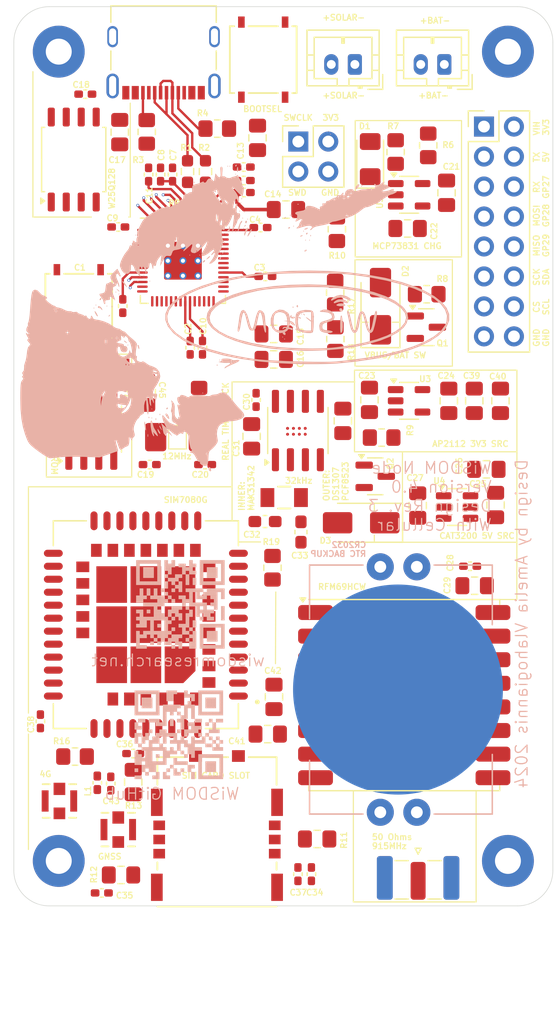
<source format=kicad_pcb>
(kicad_pcb (version 20240108) (generator "pcbnew") (generator_version "8.0")
  (layers (0 "F.Cu" signal) (1 "In1.Cu" signal) (2 "In2.Cu" signal) (31 "B.Cu" signal) (34 "B.Paste" user) (35 "F.Paste" user) (36 "B.SilkS" user "B.Silkscreen") (37 "F.SilkS" user "F.Silkscreen") (38 "B.Mask" user) (39 "F.Mask" user) (44 "Edge.Cuts" user))
  (net 0 "")
  (net 1 "GND")
  (net 2 "+3.3V")
  (net 3 "+1V1")
  (net 4 "/MCU/XTAL+")
  (net 5 "Net-(C20-Pad1)")
  (net 6 "VBUS")
  (net 7 "+BATT")
  (net 8 "+VSW")
  (net 9 "Net-(U4-CNEG)")
  (net 10 "Net-(U4-CPOS)")
  (net 11 "+5V")
  (net 12 "/PERIPHERALS/RTC_X1")
  (net 13 "/PERIPHERALS/RTC_X2")
  (net 14 "/PERIPHERALS/SIM_RST")
  (net 15 "/PERIPHERALS/SIM_VCC")
  (net 16 "/PERIPHERALS/SIM_CLK")
  (net 17 "/PERIPHERALS/SIM_IO")
  (net 18 "Net-(D1-A)")
  (net 19 "Net-(D1-K)")
  (net 20 "USB+")
  (net 21 "USB-")
  (net 22 "Net-(J2-CC1_B)")
  (net 24 "Net-(J2-CC1_A)")
  (net 26 "/PERIPHERALS/ANT")
  (net 27 "MISO")
  (net 28 "TX1")
  (net 29 "GP28")
  (net 30 "GP29")
  (net 31 "SCL")
  (net 32 "MOSI")
  (net 33 "RX1")
  (net 34 "SPI_CK")
  (net 35 "GP27")
  (net 36 "SPI_CS")
  (net 37 "SDA")
  (net 38 "SWD")
  (net 39 "SWCLK")
  (net 40 "Net-(U1-USB_DP)")
  (net 41 "Net-(U1-USB_DM)")
  (net 42 "/MCU/XTAL-")
  (net 43 "Net-(U5-PROG)")
  (net 44 "Net-(U3-EN)")
  (net 45 "Net-(R10-Pad1)")
  (net 46 "Net-(U12-A1)")
  (net 47 "Net-(U12-A2)")
  (net 49 "/MCU/D3")
  (net 50 "RX0")
  (net 55 "/MCU/D0")
  (net 56 "SIM_DTR")
  (net 57 "TX0")
  (net 58 "RTC_MFP1")
  (net 60 "/MCU/D2")
  (net 62 "/MCU/D1")
  (net 63 "/MCU/RESET")
  (net 64 "RTC_MFP2")
  (net 65 "RFM_RST")
  (net 66 "/MCU/CS")
  (net 67 "RFM_CS")
  (net 68 "/MCU/CLK")
  (net 72 "5V_CTRL")
  (net 81 "Net-(J6-In)")
  (net 82 "GNSS_ANT")
  (net 83 "RF_ANT")
  (net 84 "Net-(L1-Pad1)")
  (net 85 "Net-(U11-RST)")
  (net 86 "Net-(U11-CLK)")
  (net 87 "Net-(U11-I{slash}O)")
  (net 119 "PWRKEY")
  (net 123 "VBAT_SAMPLE")
  (net 124 "RTC_BAT")
  (net 125 "+VRTC")
  (footprint "Resistor_SMD:R_0805_2012Metric_Pad1.20x1.40mm_HandSolder" (layer "F.Cu") (at 51.306 57.9452 -90)
    (property "Reference" "R18" (hide yes))
    (property "Value" "470k" (hide yes))
  )
  (footprint "Capacitor_SMD:C_0805_2012Metric_Pad1.18x1.45mm_HandSolder" (layer "F.Cu") (at 65.308 63.1767 -90)
    (property "Reference" "C40" (hide yes))
    (property "Value" "100u" (hide yes))
  )
  (footprint "Resistor_SMD:R_0805_2012Metric_Pad1.20x1.40mm_HandSolder" (layer "F.Cu") (at 29.224 93.3227)
    (property "Reference" "R16" (hide yes))
    (property "Value" "22" (hide yes))
  )
  (footprint "Capacitor_SMD:C_0402_1005Metric_Pad0.74x0.62mm_HandSolder" (layer "F.Cu") (at 31.494 104.8797 180)
    (property "Reference" "C35" (hide yes))
    (property "Value" "33p" (hide yes))
  )
  (footprint "MountingHole:MountingHole_2.2mm_M2_Pad_TopBottom" (layer "F.Cu") (at 65.943 102.1657)
    (property "Reference" "H3" (hide yes))
    (property "Value" "MountingHole_Pad" (hide yes))
  )
  (footprint "WiSDOM:XTAL_SC32S-7PF20PPM_EPS" (layer "F.Cu") (at 46.9646 71.374)
    (property "Reference" "XTAL1" (hide yes))
    (property "Value" "SC32S-7PF20PPM" (hide yes))
  )
  (footprint "Resistor_SMD:R_0603_1608Metric_Pad0.98x0.95mm_HandSolder" (layer "F.Cu") (at 38.765 43.7457 90)
    (property "Reference" "R1" (hide yes))
    (property "Value" "27.4" (hide yes))
  )
  (footprint "Capacitor_SMD:C_0402_1005Metric_Pad0.74x0.62mm_HandSolder" (layer "F.Cu") (at 30.097 37.1887)
    (property "Reference" "C18" (hide yes))
    (property "Value" "0.1u" (hide yes))
  )
  (footprint "Resistor_SMD:R_0402_1005Metric_Pad0.72x0.64mm_HandSolder" (layer "F.Cu") (at 29.972 60.579 -90)
    (property "Reference" "R14" (hide yes))
    (property "Value" "10k DNF" (hide yes))
  )
  (footprint "WiSDOM:1042240820_MOL" (layer "F.Cu") (at 41.263 99.698301)
    (property "Reference" "U11" (hide yes))
    (property "Value" "1042240820" (hide yes))
  )
  (footprint "Connector_PinHeader_2.54mm:PinHeader_2x08_P2.54mm_Vertical" (layer "F.Cu") (at 63.911 39.9357)
    (property "Reference" "J4" (hide yes))
    (property "Value" "Conn_02x08_Odd_Even" (hide yes))
  )
  (footprint "Connector_PinHeader_2.54mm:PinHeader_2x02_P2.54mm_Vertical" (layer "F.Cu") (at 48.163 41.2057)
    (property "Reference" "J5" (hide yes))
    (property "Value" "Conn_02x02_Odd_Even" (hide yes))
  )
  (footprint "RF_Module:HOPERF_RFM9XW_SMD" (layer "F.Cu") (at 57.148 88.1157)
    (property "Reference" "U6" (hide yes))
    (property "Value" "RFM69HCW")
  )
  (footprint "Resistor_SMD:R_0805_2012Metric_Pad1.20x1.40mm_HandSolder" (layer "F.Cu") (at 59.053 54.1437)
    (property "Reference" "R8" (hide yes))
    (property "Value" "10k" (hide yes))
  )
  (footprint "Package_SO:SOIC-8_3.9x4.9mm_P1.27mm" (layer "F.Cu") (at 30.605 65.5717 90)
    (property "Reference" "U12" (hide yes))
    (property "Value" "CAT24M01W" (hide yes))
  )
  (footprint "Capacitor_SMD:C_0805_2012Metric_Pad1.18x1.45mm_HandSolder" (layer "F.Cu") (at 46.0775 57.5087)
    (property "Reference" "C15" (hide yes))
    (property "Value" "10u" (hide yes))
  )
  (footprint "Capacitor_SMD:C_0402_1005Metric_Pad0.74x0.62mm_HandSolder" (layer "F.Cu") (at 37.495 43.9997 90)
    (property "Reference" "C7" (hide yes))
    (property "Value" "0.1u" (hide yes))
  )
  (footprint "Capacitor_SMD:C_0402_1005Metric_Pad0.74x0.62mm_HandSolder" (layer "F.Cu") (at 34.161 93.0687)
    (property "Reference" "C36" (hide yes))
    (property "Value" "33p" (hide yes))
  )
  (footprint "Capacitor_SMD:C_0402_1005Metric_Pad0.74x0.62mm_HandSolder" (layer "F.Cu") (at 44.956 48.4917)
    (property "Reference" "C4" (hide yes))
    (property "Value" "0.1u" (hide yes))
  )
  (footprint "Capacitor_SMD:C_0805_2012Metric_Pad1.18x1.45mm_HandSolder" (layer "F.Cu") (at 45.5695 91.4177)
    (property "Reference" "C41" (hide yes))
    (property "Value" "1u" (hide yes))
  )
  (footprint "Capacitor_SMD:C_0402_1005Metric_Pad0.74x0.62mm_HandSolder" (layer "F.Cu") (at 43.5315 45.5237)
    (property "Reference" "C5" (hide yes))
    (property "Value" "0.1u" (hide yes))
  )
  (footprint "Capacitor_SMD:C_0402_1005Metric_Pad0.74x0.62mm_HandSolder" (layer "F.Cu") (at 36.479 43.9997 90)
    (property "Reference" "C8" (hide yes))
    (property "Value" "0.1u" (hide yes))
  )
  (footprint "Capacitor_SMD:C_0805_2012Metric_Pad1.18x1.45mm_HandSolder" (layer "F.Cu") (at 34.161 95.4817 -90)
    (property "Reference" "R13" (hide yes))
    (property "Value" "22" (hide yes))
  )
  (footprint "Capacitor_SMD:C_0402_1005Metric_Pad0.74x0.62mm_HandSolder" (layer "F.Cu") (at 43.5315 44.5077)
    (property "Reference" "C6" (hide yes))
    (property "Value" "0.1u" (hide yes))
  )
  (footprint "WiSDOM:AMPHENOL_12402012E212A" (layer "F.Cu") (at 36.733 32.3157 180)
    (property "Reference" "J2" (hide yes))
    (property "Value" "12402012E212A" (hide yes))
  )
  (footprint "Capacitor_SMD:C_0402_1005Metric_Pad0.74x0.62mm_HandSolder" (layer "F.Cu") (at 44.583 63.1007 90)
    (property "Reference" "C30" (hide yes))
    (property "Value" "0.1u" (hide yes))
  )
  (footprint "WiSDOM:21-100291_W80D&plus_1_MXM" (layer "F.Cu") (at 48 65.7597)
    (property "Reference" "U13" (hide yes))
    (property "Value" "MAX31342EWA+T" (hide yes))
  )
  (footprint "Capacitor_SMD:C_0805_2012Metric_Pad1.18x1.45mm_HandSolder" (layer "F.Cu") (at 35.306 62.484 -90)
    (property "Reference" "C45" (hide yes))
    (property "Value" "10u" (hide yes))
  )
  (footprint "RP2040_minimal_r2:RP2040-QFN-56" (layer "F.Cu") (at 38.3755 51.3057)
    (property "Reference" "U1" (hide yes))
    (property "Value" "RP2040" (hide yes))
  )
  (footprint "Resistor_SMD:R_0805_2012Metric_Pad1.20x1.40mm_HandSolder" (layer "F.Cu") (at 45.972 77.3207 -90)
    (property "Reference" "R19" (hide yes))
    (property "Value" "10k" (hide yes))
  )
  (footprint "Capacitor_SMD:C_0402_1005Metric_Pad0.74x0.62mm_HandSolder" (layer "F.Cu") (at 43.5315 43.3647)
    (property "Reference" "C12" (hide yes))
    (property "Value" "0.1u" (hide yes))
  )
  (footprint "WiSDOM:PTS526" (layer "F.Cu") (at 45.1866 34.2646 90)
    (property "Reference" "U8" (hide yes))
    (property "Value" "PTS526 SK15 SMTR2 LFS" (hide yes))
  )
  (footprint "Capacitor_SMD:C_0805_2012Metric_Pad1.18x1.45mm_HandSolder" (layer "F.Cu") (at 60.736 45.5452 90)
    (property "Reference" "C21" (hide yes))
    (property "Value" "4.7u" (hide yes))
  )
  (footprint "Capacitor_SMD:C_0805_2012Metric_Pad1.18x1.45mm_HandSolder" (layer "F.Cu") (at 47.115 46.9677)
    (property "Reference" "C14" (hide yes))
    (property "Value" "1u" (hide yes))
  )
  (footprint "Resistor_SMD:R_0805_2012Metric_Pad1.20x1.40mm_HandSolder" (layer "F.Cu") (at 41.289 40.1097)
    (property "Reference" "R4" (hide yes))
    (property "Value" "5.1k" (hide yes))
  )
  (footprint "Capacitor_SMD:C_0805_2012Metric_Pad1.18x1.45mm_HandSolder" (layer "F.Cu") (at 64.112 68.9812)
    (property "Reference" "C26" (hide yes))
    (property "Value" "1u" (hide yes))
  )
  (footprint "Package_SO:SOIC-8_3.9x4.9mm_P1.27mm" (layer "F.Cu") (at 48.127 65.6947 90)
    (property "Reference" "U10" (hide yes))
    (property "Value" "MCP7940 / DS1307 / PCF8523" (hide yes))
  )
  (footprint "Resistor_SMD:R_0805_2012Metric_Pad1.20x1.40mm_HandSolder" (layer "F.Cu") (at 51.433 48.6347 -90)
    (property "Reference" "R10" (hide yes))
    (property "Value" "10k" (hide yes))
  )
  (footprint "Resistor_SMD:R_0805_2012Metric_Pad1.20x1.40mm_HandSolder" (layer "F.Cu") (at 56.418 42.0947 90)
    (property "Reference" "R7" (hide yes))
    (property "Value" "1k" (hide yes))
  )
  (footprint "Capacitor_SMD:C_0805_2012Metric_Pad1.18x1.45mm_HandSolder" (layer "F.Cu") (at 33.018 40.4075 90)
    (property "Reference" "C17" (hide yes))
    (property "Value" "10u" (hide yes))
  )
  (footprint "Capacitor_SMD:C_0805_2012Metric_Pad1.18x1.45mm_HandSolder" (layer "F.Cu") (at 44.702 40.8932 90)
    (property "Reference" "C13" (hide yes))
    (property "Value" "10u" (hide yes))
  )
  (footprint "MountingHole:MountingHole_2.2mm_M2_Pad_TopBottom" (layer "F.Cu") (at 65.943 33.5857)
    (property "Reference" "H2" (hide yes))
    (property "Value" "MountingHole_Pad" (hide yes))
  )
  (footprint "Capacitor_SMD:C_0805_2012Metric_Pad1.18x1.45mm_HandSolder" (layer "F.Cu") (at 57.434 48.5717)
    (property "Reference" "C22" (hide yes))
    (property "Value" "4.7u" (hide yes))
  )
  (footprint "Package_TO_SOT_SMD:SOT-23" (layer "F.Cu") (at 59.0205 56.9377)
    (property "Reference" "Q1" (hide yes))
    (property "Value" "DMG2301L" (hide yes))
  )
  (footprint "Inductor_SMD:L_0402_1005Metric_Pad0.77x0.64mm_HandSolder" (layer "F.Cu") (at 31.113 95.5442 -90)
    (property "Reference" "L1" (hide yes))
    (property "Value" "L" (hide yes))
  )
  (footprint "Capacitor_SMD:C_0402_1005Metric_Pad0.74x0.62mm_HandSolder" (layer "F.Cu") (at 26.287 90.3342 90)
    (property "Reference" "C38" (hide yes))
    (property "Value" "0.1u" (hide yes))
  )
  (footprint "Capacitor_SMD:C_0805_2012Metric_Pad1.18x1.45mm_HandSolder" (layer "F.Cu") (at 58.2915 72.0507 -90)
    (property "Reference" "C27" (hide yes))
    (property "Value" "1u" (hide yes))
  )
  (footprint "WiSDOM:CONN_CONMHF1-SMD_LNX" (layer "F.Cu") (at 32.891 99.511664)
    (property "Reference" "J6" (hide yes))
    (property "Value" "GNSS_ANT" (hide yes))
  )
  (footprint "Package_SO:SOIC-8_5.23x5.23mm_P1.27mm" (layer "F.Cu") (at 29.113 42.7297 90)
    (property "Reference" "U2" (hide yes))
    (property "Value" "W25Q128JVS" (hide yes))
  )
  (footprint "WiSDOM:CONN_CONMHF1-SMD_LNX" (layer "F.Cu") (at 27.900501 97.0857)
    (property "Reference" "J7" (hide yes))
    (property "Value" "RF_ANT" (hide yes))
  )
  (footprint "Capacitor_SMD:C_0805_2012Metric_Pad1.18x1.45mm_HandSolder" (layer "F.Cu") (at 49.7605 100.3077 180)
    (property "Reference" "R11" (hide yes))
    (property "Value" "22" (hide yes))
  )
  (footprint "Capacitor_SMD:C_0402_1005Metric_Pad0.74x0.62mm_HandSolder" (layer "F.Cu") (at 40.035 58.6722 -90)
    (property "Reference" "C10" (hide yes))
    (property "Value" "0.1u" (hide yes))
  )
  (footprint "Diode_SMD:D_SMA" (layer "F.Cu") (at 53.497 73.5107 180)
    (property "Reference" "D3" (hide yes))
    (property "Value" "SS14" (hide yes))
  )
  (footprint "Resistor_SMD:R_0603_1608Metric_Pad0.98x0.95mm_HandSolder" (layer "F.Cu") (at 40.289 43.7457 90)
    (property "Reference" "R2" (hide yes))
    (property "Value" "27.4" (hide yes))
  )
  (footprint "Capacitor_SMD:C_0402_1005Metric_Pad0.74x0.62mm_HandSolder" (layer "F.Cu") (at 45.369 52.6357)
    (property "Reference" "C3" (hide yes))
    (property "Value" "0.1u" (hide yes))
  )
  (footprint "Capacitor_SMD:C_0402_1005Metric_Pad0.74x0.62mm_HandSolder" (layer "F.Cu") (at 49.274 103.2882 -90)
    (property "Reference" "C34" (hide yes))
    (property "Value" "33p" (hide yes))
  )
  (footprint "Resistor_SMD:R_0805_2012Metric_Pad1.20x1.40mm_HandSolder" (layer "F.Cu") (at 59.182 41.529 90)
    (property "Reference" "R6" (hide yes))
    (property "Value" "2k" (hide yes))
  )
  (footprint "MountingHole:MountingHole_2.2mm_M2_Pad_TopBottom" (layer "F.Cu") (at 27.843 33.5857)
    (property "Reference" "H1" (hide yes))
    (property "Value" "MountingHole_Pad" (hide yes))
  )
  (footprint "Capacitor_SMD:C_0402_1005Metric_Pad0.74x0.62mm_HandSolder" (layer "F.Cu") (at 48.131 103.2882 -90)
    (property "Reference" "C37" (hide yes))
    (property "Value" "0.1u" (hide yes))
  )
  (footprint "Capacitor_SMD:C_0805_2012Metric_Pad1.18x1.45mm_HandSolder" (layer "F.Cu") (at 46.0775 59.6677)
    (property "Reference" "C16" (hide yes))
    (property "Value" "1u" (hide yes))
  )
  (footprint "Resistor_SMD:R_0805_2012Metric_Pad1.20x1.40mm_HandSolder" (layer "F.Cu") (at 55.229 66.2907)
    (property "Reference" "R9" (hide yes))
    (property "Value" "R" (hide yes))
  )
  (footprint "Resistor_SMD:R_0805_2012Metric_Pad1.20x1.40mm_HandSolder" (layer "F.Cu") (at 35.306 40.386 -90)
    (property "Reference" "R3" (hide yes))
    (property "Value" "5.1k" (hide yes))
  )
  (footprint "MountingHole:MountingHole_2.2mm_M2_Pad_TopBottom" (layer "F.Cu") (at 27.843 102.1657)
    (property "Reference" "H4" (hide yes))
    (property "Value" "MountingHole_Pad" (hide yes))
  )
  (footprint "Capacitor_SMD:C_0805_2012Metric_Pad1.18x1.45mm_HandSolder" (layer "F.Cu") (at 44.202 66.1867 -90)
    (property "Reference" "C31" (hide yes))
    (property "Value" "10u" (hide yes))
  )
  (footprint "Capacitor_SMD:C_0805_2012Metric_Pad1.18x1.45mm_HandSolder" (layer "F.Cu") (at 51.941 64.8747 90)
    (property "Reference" "C46" (hide yes))
    (property "Value" "10u" (hide yes))
  )
  (footprint "Capacitor_SMD:C_0805_2012Metric_Pad1.18x1.45mm_HandSolder" (layer "F.Cu") (at 54.197 63.0942 90)
    (property "Reference" "C23" (hide yes))
    (property "Value" "10u" (hide yes))
  )
  (footprint "Capacitor_SMD:C_0805_2012Metric_Pad1.18x1.45mm_HandSolder" (layer "F.Cu") (at 33.1235 103.3557)
    (property "Reference" "R12" (hide yes))
    (property "Value" "22" (hide yes))
  )
  (footprint "Capacitor_SMD:C_0402_1005Metric_Pad0.74x0.62mm_HandSolder" (layer "F.Cu") (at 40.259 68.58)
    (property "Reference" "C20" (hide yes))
    (property "Value" "15pF" (hide yes))
  )
  (footprint "Resistor_SMD:R_0402_1005Metric_Pad0.72x0.64mm_HandSolder" (layer "F.Cu") (at 31.242 60.579 -90)
    (property "Reference" "R15" (hide yes))
    (property "Value" "10k DNF" (hide yes))
  )
  (footprint "Capacitor_SMD:C_0402_1005Metric_Pad0.74x0.62mm_HandSolder" (layer "F.Cu") (at 32.256 95.6087 -90)
    (property "Reference" "C43" (hide yes))
    (property "Value" "33p" (hide yes))
  )
  (footprint "Connector_JST:JST_PH_B2B-PH-K_1x02_P2.00mm_Vertical" (layer "F.Cu") (at 60.547 34.671 180)
    (property "Reference" "J1" (hide yes))
    (property "Value" "Conn_01x02_Pin" (hide yes))
  )
  (footprint "Capacitor_SMD:C_0805_2012Metric_Pad1.18x1.45mm_HandSolder" (layer "F.Cu") (at 46.099 88.2642 90)
    (property "Reference" "C42" (hide yes))
    (property "Value" "100u" (hide yes))
  )
  (footprint "Package_TO_SOT_SMD:SOT-23-6" (layer "F.Cu") (at 61.631 72.1752)
    (property "Reference" "U4" (hide yes))
    (property "Value" "CAT3200-5" (hide yes))
  )
  (footprint "Capacitor_SMD:C_0402_1005Metric_Pad0.74x0.62mm_HandSolder" (layer "F.Cu") (at 35.463 43.9997 90)
    (property "Reference" "C11" (hide yes))
    (property "Value" "0.1u" (hide yes))
  )
  (footprint "Capacitor_SMD:C_0402_1005Metric_Pad0.74x0.62mm_HandSolder" (layer "F.Cu") (at 33.526 60.4297 90)
    (property "Reference" "C44" (hide yes))
    (property "Value" "0.1u" (hide yes))
  )
  (footprint "Resistor_SMD:R_0805_2012Metric_Pad1.20x1.40mm_HandSolder" (layer "F.Cu") (at 51.29 54.0082 -90)
    (property "Reference" "R17" (hide yes))
    (property "Value" "470k" (hide yes))
  )
  (footprint "Resistor_SMD:R_0805_2012Metric_Pad1.20x1.40mm_HandSolder" (layer "F.Cu") (at 39.749 63.0807 -90)
    (property "Reference" "R5" (hide yes))
    (property "Value" "1k" (hide yes))
  )
  (footprint "Package_TO_SOT_SMD:SOT-23-5" (layer "F.Cu") (at 57.5555 63.1767)
    (property "Reference" "U3" (hide yes))
    (property "Value" "AP2112K-3.3" (hide yes))
  )
  (footprint "Connector_Coaxial:SMA_Samtec_SMA-J-P-H-ST-EM1_EdgeMount" (layer "F.Cu") (at 58.323 103.8532 -90)
    (property "Reference" "J3" (hide yes))
    (property "Value" "Conn_Coaxial" (hide yes))
  )
  (footprint "Capacitor_SMD:C_0805_2012Metric_Pad1.18x1.45mm_HandSolder" (layer "F.Cu") (at 63.087 63.1767 -90)
    (property "Reference" "C39" (hide yes))
    (property "Value" "100u" (hide yes))
  )
  (footprint "Diode_SMD:D_SMA" (layer "F.Cu") (at 55.132 55.1597 90)
    (property "Reference" "D2" (hide yes))
    (property "Value" "SS14" (hide yes))
  )
  (footprint "Capacitor_SMD:C_0603_1608Metric_Pad1.08x0.95mm_HandSolder" (layer "F.Cu") (at 48.387 74.295 -90)
    (property "Reference" "C33" (hide yes))
    (property "Value" "6p" (hide yes))
  )
  (footprint "Package_TO_SOT_SMD:SOT-23" (layer "F.Cu") (at 54.6865 69.5737)
    (property "Reference" "Q2" (hide yes))
    (property "Value" "DMG2301L" (hide yes))
  )
  (footprint "Capacitor_SMD:C_0805_2012Metric_Pad1.18x1.45mm_HandSolder" (layer "F.Cu") (at 64.8955 72.0077 -90)
    (property "Reference" "C25" (hide yes))
    (property "Value" "1u" (hide yes))
  )
  (footprint "Connector_JST:JST_PH_B2B-PH-K_1x02_P2.00mm_Vertical" (layer "F.Cu") (at 52.959 34.671 180)
    (property "Reference" "J8" (hide yes))
    (property "Value" "Conn_01x02_Pin" (hide yes))
  )
  (footprint "WiSDOM:XTAL-445" (layer "F.Cu") (at 37.916 67.2557)
    (property "Reference" "X1" (hide yes))
    (property "Value" "~" (hide yes))
  )
  (footprint "Capacitor_SMD:C_0402_1005Metric_Pad0.74x0.62mm_HandSolder" (layer "F.Cu") (at 35.558 68.58 180)
    (property "Reference" "C19" (hide yes))
    (property "Value" "15pF" (hide yes))
  )
  (footprint "WiSDOM:XCVR_SIM7080G" (layer "F.Cu") (at 35.233 82.1457 180)
    (property "Reference" "U9" (hide yes))
    (property "Value" "SIM7080G" (hide yes))
  )
  (footprint "Capacitor_SMD:C_0402_1005Metric_Pad0.74x0.62mm_HandSolder" (layer "F.Cu") (at 33.274 55.1434 -90)
    (property "Reference" "C1" (hide yes))
    (property "Value" "0.1u" (hide yes))
  )
  (footprint "Package_TO_SOT_SMD:SOT-23-5" (layer "F.Cu") (at 57.5665 45.7167)
    (property "Reference" "U5" (hide yes))
    (property "Value" "MCP73831-2-OT" (hide yes))
  )
  (footprint "Capacitor_SMD:C_0805_2012Metric_Pad1.18x1.45mm_HandSolder" (layer "F.Cu") (at 60.928 63.1767 -90)
    (property "Reference" "C24" (hide yes))
    (property "Value" "10u" (hide yes))
  )
  (footprint "Capacitor_SMD:C_0402_1005Metric_Pad0.74x0.62mm_HandSolder" (layer "F.Cu") (at 62.736 77.1937)
    (property "Reference" "C28" (hide yes))
    (property "Value" "0.1u" (hide yes))
  )
  (footprint "Capacitor_SMD:C_0402_1005Metric_Pad0.74x0.62mm_HandSolder" (layer "F.Cu") (at 38.989 58.674 -90)
    (property "Reference" "C2" (hide yes))
    (property "Value" "0.1u" (hide yes))
  )
  (footprint "Capacitor_SMD:C_0805_2012Metric_Pad1.18x1.45mm_HandSolder" (layer "F.Cu") (at 63.117 78.8447)
    (property "Reference" "C29" (hide yes))
    (property "Value" "10u" (hide yes))
  )
  (footprint "WiSDOM:PTS526" (layer "F.Cu") (at 29.5402 55.245 -90)
    (property "Reference" "U7" (hide yes))
    (property "Value" "PTS526 SK15 SMTR2 LFS" (hide yes))
  )
  (footprint "Capacitor_SMD:C_0603_1608Metric_Pad1.08x0.95mm_HandSolder" (layer "F.Cu") (at 45.339 73.406 180)
    (property "Reference" "C32" (hide yes))
    (property "Value" "6p" (hide yes))
  )
  (footprint "Capacitor_SMD:C_0402_1005Metric_Pad0.74x0.62mm_HandSolder" (layer "F.Cu") (at 32.893 48.4447 180)
    (property "Reference" "C9" (hide yes))
    (property "Value" "0.1u" (hide yes))
  )
  (footprint "LED_SMD:LED_1206_3216Metric_Pad1.42x1.75mm_HandSolder" (layer "F.Cu") (at 54.259 42.6932 90)
    (property "Reference" "D1" (hide yes))
    (property "Value" "LED" (hide yes))
  )
  (footprint "logos:qrcode" (layer "B.Cu") (at 41.908 84.1787 180)
    (property "Reference" "LOGO" (hide yes))
    (property "Value" "")
  )
  (footprint "WiSDOM:prince" (layer "B.Cu") (at 42.045736 55.527413 180)
    (property "Reference" "G***" (hide yes))
    (property "Value" "LOGO" (hide yes))
  )
  (footprint "WiSDOM:BAT_BAT-HLD-001-THM" (layer "B.Cu") (at 56.616 87.644 -90)
    (property "Reference" "BT1" (hide yes))
    (property "Value" "RTC_BAT" (hide yes))
  )
  (footprint "logos:github_qr" (layer "B.Cu") (at 41.781 95.2277 180)
    (property "Reference" "LOGO" (hide yes))
    (property "Value" "")
  )
  (footprint "logos:wisdom_logo_lineborder" (layer "B.Cu") (at 48.912923 56.214121 180)
    (property "Reference" "G***" (hide yes))
    (property "Value" "LOGO" (hide yes))
  )
  (gr_rect (start 52.973 51.2227) (end 61.228 60.2397) (stroke (width 0.1)) (fill none) (layer "F.SilkS"))
  (gr_line (start 52.83 105.6417) (end 63.244 105.6417) (stroke (width 0.1)) (layer "F.SilkS"))
  (gr_line (start 52.83 96.2437) (end 52.83 105.6417) (stroke (width 0.1)) (layer "F.SilkS"))
  (gr_line (start 57.007 75.1607) (end 66.6476 75.1617) (stroke (width 0.1)) (layer "F.SilkS"))
  (gr_line (start 25.271 91.4177) (end 25.271 101.1967) (stroke (width 0.1)) (layer "F.SilkS"))
  (gr_line (start 53.467 56.515) (end 54.102 56.515) (stroke (width 0.1)) (layer "F.SilkS"))
  (gr_line (start 54.61 74.549) (end 54.61 75.057) (stroke (width 0.1)) (layer "F.SilkS"))
  (gr_line (start 54.61 72.517) (end 54.61 72.009) (stroke (width 0.1)) (layer "F.SilkS"))
  (gr_line (start 66.6984 79.0733) (end 66.6984 80.0131) (stroke (width 0.1)) (layer "F.SilkS"))
  (gr_line (start 33.78 47.6027) (end 33.907 47.6027) (stroke (width 0.1)) (layer "F.SilkS"))
  (gr_line (start 42.543 61.5727) (end 42.543 72.8757) (stroke (width 0.1)) (layer "F.SilkS"))
  (gr_line (start 42.543 61.5727) (end 52.957 61.5727) (stroke (width 0.1)) (layer "F.SilkS"))
  (gr_line (start 42.543 72.8757) (end 42.543 73.2567) (stroke (width 0.1)) (layer "F.SilkS"))
  (gr_rect (start 52.989 39.4277) (end 62.006 50.9847) (stroke (width 0.1)) (fill none) (layer "F.SilkS"))
  (gr_line (start 25.271 70.4627) (end 25.271 89.6397) (stroke (width 0.1)) (layer "F.SilkS"))
  (gr_line (start 44.956 75.1363) (end 43.0764 75.1363) (stroke (width 0.1)) (layer "F.SilkS"))
  (gr_line (start 56.9956 67.5163) (end 56.9956 71.7581) (stroke (width 0.1)) (layer "F.SilkS"))
  (gr_line (start 66.6984 80.0131) (end 65.276 80.0131) (stroke (width 0.1)) (layer "F.SilkS"))
  (gr_rect (start 52.927 60.5757) (end 66.705 67.4947) (stroke (width 0.1)) (fill none) (layer "F.SilkS"))
  (gr_line (start 25.652 47.6027) (end 30.605 47.6027) (stroke (width 0.1)) (layer "F.SilkS"))
  (gr_line (start 66.705 67.4947) (end 66.6984 79.0733) (stroke (width 0.1)) (layer "F.SilkS"))
  (gr_line (start 63.244 105.6417) (end 63.244 96.2437) (stroke (width 0.1)) (layer "F.SilkS"))
  (gr_line (start 56.9956 71.7581) (end 57.007 71.8607) (stroke (width 0.1)) (layer "F.SilkS"))
  (gr_line (start 25.652 35.2837) (end 25.652 47.6027) (stroke (width 0.1)) (layer "F.SilkS"))
  (gr_line (start 42.543 70.4627) (end 25.271 70.4627) (stroke (width 0.1)) (layer "F.SilkS"))
  (gr_rect (start 26.795 59.2217) (end 34.034 69.6357) (stroke (width 0.1)) (fill none) (layer "F.SilkS"))
  (gr_line (start 56.134 56.515) (end 56.769 56.515) (stroke (width 0.1)) (layer "F.SilkS"))
  (gr_line (start 33.907 47.6027) (end 33.907 37.9507) (stroke (width 0.1)) (layer "F.SilkS"))
  (gr_line (start 46.2514 79.3781) (end 46.226 85.4487) (stroke (width 0.1)) (layer "F.SilkS"))
  (gr_arc (start 66.753 29.7757) (mid 68.87432 30.65438) (end 69.753 32.7757) (stroke (width 0.05)) (layer "Edge.Cuts"))
  (gr_line (start 66.753 105.9757) (end 27.033 105.9757) (stroke (width 0.05)) (layer "Edge.Cuts"))
  (gr_arc (start 27.033 105.9757) (mid 24.91168 105.09702) (end 24.033 102.9757) (stroke (width 0.05)) (layer "Edge.Cuts"))
  (gr_arc (start 69.753 102.9757) (mid 68.87432 105.09702) (end 66.753 105.9757) (stroke (width 0.05)) (layer "Edge.Cuts"))
  (gr_arc (start 24.033 32.7757) (mid 24.91168 30.65438) (end 27.033 29.7757) (stroke (width 0.05)) (layer "Edge.Cuts"))
  (gr_line (start 69.753 32.7757) (end 69.753 102.9757) (stroke (width 0.05)) (layer "Edge.Cuts"))
  (gr_line (start 24.033 102.9757) (end 24.033 32.7757) (stroke (width 0.05)) (layer "Edge.Cuts"))
  (gr_line (start 66.753 29.7757) (end 27.033 29.7757) (stroke (width 0.05)) (layer "Edge.Cuts"))
  (gr_text "CR2032" (at 53.973 75.6697 -0) (layer "B.SilkS") (effects (font (size 0.5 0.5) (thickness 0.1) (bold yes)) (justify left bottom mirror)))
  (gr_text "WiSDOM Node\nVersion 4.0\nDesign Rev. 3\nWith Cellular\n" (at 64.641 74.2727 0) (layer "B.SilkS") (effects (font (size 1 1) (thickness 0.1) (bold yes)) (justify left bottom mirror)))
  (gr_text "RTC BACKUP" (at 53.973 76.4317 -0) (layer "B.SilkS") (effects (font (size 0.5 0.5) (thickness 0.1) (bold yes)) (justify left bottom mirror)))
  (gr_text "WiSDOM GitHub" (at 43.2335 97.0612 0) (layer "B.SilkS") (effects (font (size 1 1) (thickness 0.1) (bold yes)) (justify left bottom mirror)))
  (gr_text "Design by Amelia Vlahogiannis 2024" (at 67.689 68.0497 90) (layer "B.SilkS") (effects (font (size 1 1) (thickness 0.1) (bold yes)) (justify left bottom mirror)))
  (gr_text "wisdomresearch.net" (at 45.3925 85.7582 0) (layer "B.SilkS") (effects (font (size 1 1) (thickness 0.1) (bold yes)) (justify left bottom mirror)))
  (gr_text "C14" (at 45.21 45.9517 0) (layer "F.SilkS") (effects (font (size 0.5 0.5) (thickness 0.1) (bold yes)) (justify left bottom)))
  (gr_text "R4" (at 39.495 39.0937 0) (layer "F.SilkS") (effects (font (size 0.5 0.5) (thickness 0.1) (bold yes)) (justify left bottom)))
  (gr_text "R19" (at 45.083 75.4157 0) (layer "F.SilkS") (effects (font (size 0.5 0.5) (thickness 0.1) (bold yes)) (justify left bottom)))
  (gr_text "R5" (at 38.733 64.7477 90) (layer "F.SilkS") (effects (font (size 0.5 0.5) (thickness 0.1) (bold yes)) (justify left bottom)))
  (gr_text "U4" (at 59.5615 70.2512 0) (layer "F.SilkS") (effects (font (size 0.5 0.5) (thickness 0.1) (bold yes)) (justify left bottom)))
  (gr_text "R8" (at 59.831 53.1277 0) (layer "F.SilkS") (effects (font (size 0.5 0.5) (thickness 0.1) (bold yes)) (justify left bottom)))
  (gr_text "SIM CARD SLOT" (at 38.225 95.2277 0) (layer "F.SilkS") (effects (font (size 0.5 0.5) (thickness 0.1) (bold yes)) (justify left bottom)))
  (gr_text "MCP73831 CHG" (at 54.386 50.3497 0) (layer "F.SilkS") (effects (font (size 0.5 0.5) (thickness 0.1)) (justify left bottom)))
  (gr_text "C2" (at 39.114 57.6357 90) (layer "F.SilkS") (effects (font (size 0.5 0.5) (thickness 0.1) (bold yes)) (justify left bottom)))
  (gr_text "C4" (at 43.94 48.1107 0) (layer "F.SilkS") (effects (font (size 0.5 0.5) (thickness 0.1) (bold yes)) (justify left bottom)))
  (gr_text "C26" (at 62.1015 69.4892 90) (layer "F.SilkS") (effects (font (size 0.5 0.5) (thickness 0.1) (bold yes)) (justify left bottom)))
  (gr_text "C7" (at 37.844 42.9037 90) (layer "F.SilkS") (effects (font (size 0.5 0.5) (thickness 0.1) (bold yes)) (justify left bottom)))
  (gr_text "W25Q128" (at 32.639 46.99 90) (layer "F.SilkS") (effects (font (size 0.5 0.5) (thickness 0.1) (bold yes)) (justify left bottom)))
  (gr_text "MOSI\nGP28" (at 69.467 47.4757 90) (layer "F.SilkS") (effects (font (size 0.5 0.5) (thickness 0.1) (bold yes)) (justify bottom)))
  (gr_text "TX\n5V" (at 69.467 42.5227 90) (layer "F.SilkS") (effects (font (size 0.5 0.5) (thickness 0.1) (bold yes)) (justify bottom)))
  (gr_text "CAT24M01W EEPROM" (at 27.176 61.6347 -90) (layer "F.SilkS") (effects (font (size 0.5 0.5) (thickness 0.1) (bold yes)) (justify left bottom)))
  (gr_text "C30" (at 44.075 64.0492 90) (layer "F.SilkS") (effects (font (size 0.5 0.5) (thickness 0.1) (bold yes)) (justify left bottom)))
  (gr_text "C18" (at 28.954 36.6807 0) (layer "F.SilkS") (effects (font (size 0.5 0.5) (thickness 0.1) (bold yes)) (justify left bottom)))
  (gr_text "R12" (at 31.113 104.1177 90) (layer "F.SilkS") (effects (font (size 0.5 0.5) (thickness 0.1) (bold yes)) (justify left bottom)))
  (gr_text "32kHz" (at 46.99 70.231 0) (layer "F.SilkS") (effects (font (size 0.5 0.5) (thickness 0.1) (bold yes)) (justify left bottom)))
  (gr_text "RFM69HCW" (at 49.782 79.2257 0) (layer "F.SilkS") (effects (font (size 0.5 0.5) (thickness 0.1) (bold yes)) (justify left bottom)))
  (gr_text "+BAT-" (at 58.42 31.242 0) (layer "F.SilkS") (effects (font (size 0.5 0.5) (thickness 0.1) (bold yes)) (justify left bottom)))
  (gr_text "C15" (at 48.639 58.5247 90) (layer "F.SilkS") (effects (font (size 0.5 0.5) (thickness 0.1) (bold yes)) (justify left bottom)))
  (gr_text "C31" (at 43.186 67.9862 90) (layer "F.SilkS") (effects (font (size 0.5 0.5) (thickness 0.1) (bold yes)) (justify left bottom)))
  (gr_text "R2" (at 39.622 42.0147 0) (layer "F.SilkS") (effects (font (size 0.5 0.5) (thickness 0.1) (bold yes)) (justify left bottom)))
  (gr_text "RESET" (at 26.0096 57.4548 0) (layer "F.SilkS") (effects (font (size 0.5 0.5) (thickness 0.1) (bold yes)) (justify left bottom)))
  (gr_text "C38" (at 25.779 91.3962 90) (layer "F.SilkS") (effects (font (size 0.5 0.5) (thickness 0.1) (bold yes)) (justify left bottom)))
  (gr_text "R17" (at 52.941 55.9132 90) (layer "F.SilkS") (effects (font (size 0.5 0.5) (thickness 0.1) (bold yes)) (justify left bottom)))
  (gr_text "D2" (at 57.545 52.7467 90) (layer "F.SilkS") (effects (font (size 0.5 0.5) (thickness 0.1) (bold yes)) (justify left bottom)))
  (gr_text "C9" (at 31.845 47.9837 0) (layer "F.SilkS") (effects (font (size 0.5 0.5) (thickness 0.1) (bold yes)) (justify left bottom)))
  (gr_text "C21" (at 60.355 43.6187 0) (layer "F.SilkS") (effects (font (size 0.5 0.5) (thickness 0.1)) (justify left bottom)))
  (gr_text "C42" (at 45.21 86.3377 0) (layer "F.SilkS") (effects (font (size 0.5 0.5) (thickness 0.1) (bold yes)) (justify left bottom)))
  (gr_text "C25" (at 62.6095 70.5052 0) (layer "F.SilkS") (effects (font (size 0.5 0.5) (thickness 0.1) (bold yes)) (justify left bottom)))
  (gr_text "C37" (at 47.369 105.1337 0) (layer "F.SilkS") (effects (font (size 0.5 0.5) (thickness 0.1) (bold yes)) (justify left bottom)))
  (gr_text "C22" (at 59.974 49.5877 90) (layer "F.SilkS") (effects (font (size 0.5 0.5) (thickness 0.1)) (justify left bottom)))
  (gr_text "C20" (at 39.0565 69.723 0) (layer "F.SilkS") (effects (font (size 0.5 0.5) (thickness 0.1) (bold yes)) (justify left bottom)))
  (gr_text "GNSS" (at 31.113 102.0857 0) (layer "F.SilkS") (effects (font (size 0.5 0.5) (thickness 0.1) (bold yes)) (justify left bottom)))
  (gr_text "R14" (at 31.846 59.5377 -90) (layer "F.SilkS") (effects (font (size 0.5 0.5) (thickness 0.1) (bold yes)) (justify left bottom)))
  (gr_text "4G" (at 26.16 95.1007 0) (layer "F.SilkS") (effects (font (size 0.5 0.5) (thickness 0.1) (bold yes)) (justify left bottom)))
  (gr_text "REAL TIME CLOCK" (at 42.289 68.3037 90) (layer "F.SilkS") (effects (font (size 0.5 0.5) (thickness 0.1) (bold yes)) (justify left bottom)))
  (gr_text "R1" (at 38.098 42.0147 0) (layer "F.SilkS") (effects (font (size 0.5 0.5) (thickness 0.1) (bold yes)) (justify left bottom)))
  (gr_text "C39" (at 62.071 61.3377 0) (layer "F.SilkS") (effects (font (size 0.5 0.5) (thickness 0.1) (bold yes)) (justify left bottom)))
  (gr_text "D1" (at 53.243 40.1897 0) (layer "F.SilkS") (effects (font (size 0.5 0.5) (thickness 0.1)) (justify left bottom)))
  (gr_text "C8" (at 36.828 42.9037 90) (layer "F.SilkS") (effects (font (size 0.5 0.5) (thickness 0.1) (bold yes)) (justify left bottom)))
  (gr_text "C23" (at 53.181 61.3377 0) (layer "F.SilkS") (effects (font (size 0.5 0.5) (thickness 0.1) (bold yes)) (justify left bottom)))
  (gr_text "C11" (at 35.812 46.5867 90) (layer "F.SilkS") (effects (font (size 0.5 0.5) (thickness 0.1) (bold yes)) (justify left bottom)))
  (gr_text "AP2112 3V3 SRC" (at 59.466 67.1137 0) (layer "F.SilkS") (effects (font (size 0.5 0.5) (thickness 0.1) (bold yes)) (justify left bottom)))
  (gr_text "C10" (at 40.384 57.6357 90) (layer "F.SilkS") (effects (font (size 0.5 0.5) (thickness 0.1) (bold yes)) (justify left bottom)))
  (gr_text "C17" (at 32.002 43.053 0) (layer "F.SilkS") (effects (font (size 0.5 0.5) (thickness 0.1) (bold yes)) (justify left bottom)))
  (gr_text "R18" (at 52.941 59.8502 90) (layer "F.SilkS") (effects (font (size 0.5 0.5) (thickness 0.1) (bold yes)) (justify left bottom)))
  (gr_text "12MHz" (at 36.574 68.1607 0) (layer "F.SilkS") (effects (font (size 0.5 0.5) (thickness 0.1) (bold yes)) (justify left bottom)))
  (gr_text "U3" (at 58.3555 61.6167 0) (layer "F.SilkS") (effects (font (size 0.5 0.5) (thickness 0.1) (bold yes)) (justify left bottom)))
  (gr_text "SWD" (at 47.242 45.8247 0) (layer "F.SilkS") (effects (font (size 0.5 0.5) (thickness 0.1) (bold yes)) (justify left bottom)))
  (gr_text "SWCLK" (at 46.861 39.4747 0) (layer "F.SilkS") (effects (font (size 0.5 0.5) (thickness 0.1) (bold yes)) (justify left bottom)))
  (gr_text "D3" (at 49.911 75.311 0) (layer "F.SilkS") (effects (font (size 0.5 0.5) (thickness 0.1) (bold yes)) (justify left bottom)))
  (gr_text "RX\nGP27" (at 69.467 45.0627 90) (layer "F.SilkS") (effects (font (size 0.5 0.5) (thickness 0.1) (bold yes)) (justify bottom)))
  (gr_text "SIM7080G" (at 36.701 71.8597 0) (layer "F.SilkS") (effects (font (size 0.5 0.5) (thickness 0.1) (bold yes)) (justify left bottom)))
  (gr_text "SCK\nSDA" (at 69.467 52.6827 90) (layer "F.SilkS") (effects (font (size 0.5 0.5) (thickness 0.1) (bold yes)) (justify bottom)))
  (gr_text "915MHz" (at 54.354 101.1967 0) (layer "F.SilkS") (effects (font (size 0.5 0.5) (thickness 0.1) (bold yes)) (justify left bottom)))
  (gr_text "C27" (at 57.2755 69.9972 0) (layer "F.SilkS") (effects (font (size 0.5 0.5) (thickness 0.1) (bold yes)) (justify left bottom)))
  (gr_text "R16" (at 27.303 92.3067 0) (layer "F.SilkS") (effects (font (size 0.5 0.5) (thickness 0.1) (bold yes)) (justify left bottom)))
  (gr_text "R3" (at 34.036 43.053 0) (layer "F.SilkS") (effects (font (size 0.5 0.5) (thickness 0.1) (bold yes)) (justify left bottom)))
  (gr_text "C3" (at 44.321 52.1747 0) (layer "F.SilkS") (effects (font (size 0.5 0.5) (thickness 0.1) (bold yes)) (justify left bottom)))
  (gr_text "C1" (at 29.081 52.1747 0) (layer "F.SilkS") (effects (font (size 0.5 0.5) (thickness 0.1) (bold yes)) (justify left bottom)))
  (gr_text "C40" (at 64.292 61.3987 0) (layer "F.SilkS") (effects (font (size 0.5 0.5) (thickness 0.1) (bold yes)) (justify left bottom)))
  (gr_text "C34" (at 48.766 105.1337 0) (layer "F.SilkS") (effects (font (size 0.5 0.5) (thickness 0.1) (bold yes)) (justify left bottom)))
  (gr_text "R13" (at 33.399 97.7677 0) (layer "F.SilkS") (effects (font (size 0.5 0.5) (thickness 0.1) (bold yes)) (justify left bottom)))
  (gr_text "50 Ohms" (at 54.354 100.4347 0) (layer "F.SilkS") (effects (font (size 0.5 0.5) (thickness 0.1) (bold yes)) (justify left bottom)))
  (gr_text "VBUS/BAT SW" (at 53.735 59.6047 0) (layer "F.SilkS") (effects (font (size 0.5 0.5) (thickness 0.1)) (justify left bottom)))
  (gr_text "GND" (at 50.036 45.8247 0) (layer "F.SilkS") (effects (font (size 0.5 0.5) (thickness 0.1) (bold yes)) (justify left bottom)))
  (gr_text "+BAT-" (at 58.293 37.592 0) (layer "F.SilkS") (effects (font (size 0.5 0.5) (thickness 0.1) (bold yes)) (justify left bottom)))
  (gr_text "3V3" (at 50.163 39.4747 0) (layer "F.SilkS") (effects (font (size 0.5 0.5) (thickness 0.1) (bold yes)) (justify left bottom)))
  (gr_text "Q1" (at 59.831 58.5887 0) (layer "F.SilkS") (effects (font (size 0.5 0.5) (thickness 0.1) (bold yes)) (justify left bottom)))
  (gr_text "Q2" (at 56.259 69.0657 90) (layer "F.SilkS") (effects (font (size 0.5 0.5) (thickness 0.1) (bold yes)) (justify left bottom)))
  (gr_text "R7" (at 55.656 40.1897 0) (layer "F.SilkS") (effects (font (size 0.5 0.5) (thickness 0.1)) (justify left bottom)))
  (gr_text "RP2040" (at 37.082 46.7137 0) (layer "F.SilkS") (effects (font (size 0.5 0.5) (thickness 0.1) (bold yes)) (justify left bottom)))
  (gr_text "C28" (at 61.339 77.7017 90) (layer "F.SilkS") (effects (font (size 0.5 0.5) (thickness 0.1) (bold yes)) (justify left bottom)))
  (gr_text "C35" (at 32.637 105.3877 0) (layer "F.SilkS") (effects (font (size 0.5 0.5) (thickness 0.1) (bold yes)) (justify left bottom)))
  (gr_text "C19" (at 34.415 69.723 0) (layer "F.SilkS") (effects (font (size 0.5 0.5) (thickness 0.1) (bold yes)) (justify left bottom)))
  (gr_text "R6" (at 60.325 41.783 0) (layer "F.SilkS") (effects (font (size 0.5 0.5) (thickness 0.1)) (justify left bottom)))
  (gr_text "INNER:\nMAX31342" (at 44.456 72.5582 90) (layer "F.SilkS") (effects (font (size 0.5 0.5) (thickness 0.1) (bold yes)) (justify left bottom)))
  (gr_text "C32" (at 43.434 74.803 0) (layer "F.SilkS") (effects (font (size 0.5 0.5) (thickness 0.1) (bold yes)) (justify left bottom)))
  (gr_text "VIN\n3V3" (at 69.467 40.7447 90) (layer "F.SilkS") (effects (font (size 0.5 0.5) (thickness 0.1) (bold yes)) (justify left bottom)))
  (gr_text "+SOLAR-" (at 50.165 30.988 0) (layer "F.SilkS") (effects (font (size 0.5 0.5) (thickness 0.1) (bold yes)) (justify left bottom)))
  (gr_text "OUTER:\nDS1307\nPCF8523" (at 52.449 71.7327 90) (layer "F.SilkS") (effects (font (size 0.5 0.5) (thickness 0.1) (bold yes)) (justify left bottom)))
  (gr_text "+SOLAR-" (at 50.165 37.592 0) (layer "F.SilkS") (effects (font (size 0.5 0.5) (thickness 0.1) (bold yes)) (justify left bottom)))
  (gr_text "L1" (at 30.605 96.7517 90) (layer "F.SilkS") (effects (font (size 0.5 0.5) (thickness 0.1) (bold yes)) (justify left bottom)))
  (gr_text "C41" (at 42.162 92.3067 0) (layer "F.SilkS") (effects (font (size 0.5 0.5) (thickness 0.1) (bold yes)) (justify left bottom)))
  (gr_text "C47" (at 33.399 61.4457 -90) (layer "F.SilkS") (effects (font (size 0.5 0.5) (thickness 0.1) (bold yes)) (justify left bottom)))
  (gr_text "U5" (at 55.37 46.9677 90) (layer "F.SilkS") (effects (font (size 0.5 0.5) (thickness 0.1) (bold yes)) (justify left bottom)))
  (gr_text "C13" (at 43.559 42.7767 90) (layer "F.SilkS") (effects (font (size 0.5 0.5) (thickness 0.1) (bold yes)) (justify left bottom)))
  (gr_text "C33" (at 47.498 76.581 0) (layer "F.SilkS") (effects (font (size 0.5 0.5) (thickness 0.1) (bold yes)) (justify left bottom)))
  (gr_text "C45" (at 36.322 61.468 -90) (layer "F.SilkS") (effects (font (size 0.5 0.5) (thickness 0.1) (bold yes)) (justify left bottom)))
  (gr_text "CS\nSCL" (at 69.467 55.2227 90) (layer "F.SilkS") (effects (font (size 0.5 0.5) (thickness 0.1) (bold yes)) (justify bottom)))
  (gr_text "MISO\nGP29" (at 69.467 50.0157 90) (layer "F.SilkS") (effects (font (size 0.5 0.5) (thickness 0.1) (bold yes)) (justify bottom)))
  (gr_text "C29" (at 61.085 79.6067 90) (layer "F.SilkS") (effects (font (size 0.5 0.5) (thickness 0.1) (bold yes)) (justify left bottom)))
  (gr_text "R10" (at 50.671 51.1587 0) (layer "F.SilkS") (effects (font (size 0.5 0.5) (thickness 0.1) (bold yes)) (justify left bottom)))
  (gr_text "R11" (at 52.322 101.1967 90) (layer "F.SilkS") (effects (font (size 0.5 0.5) (thickness 0.1) (bold yes)) (justify left bottom)))
  (gr_text "C24" (at 59.912 61.3377 0) (layer "F.SilkS") (effects (font (size 0.5 0.5) (thickness 0.1) (bold yes)) (justify left bottom)))
  (gr_text "C43" (at 31.494 97.3867 0) (layer "F.SilkS") (effects (font (size 0.5 0.5) (thickness 0.1) (bold yes)) (justify left bottom)))
  (gr_text "BOOTSEL" (at 43.434 38.735 0) (layer "F.SilkS") (effects (font (size 0.5 0.5) (thickness 0.1) (bold yes)) (justify left bottom)))
  (gr_text "R9" (at 57.942 66.2247 90) (layer "F.SilkS") (effects (font (size 0.5 0.5) (thickness 0.1) (bold yes)) (justify left bottom)))
  (gr_text "C16" (at 48.639 60.4297 90) (layer "F.SilkS") (effects (font (size 0.5 0.5) (thickness 0.1) (bold yes)) (justify left bottom)))
  (gr_text "CAT3200 5V SRC" (at 60.069 74.9077 0) (layer "F.SilkS") (effects (font (size 0.5 0.5) (thickness 0.1) (bold yes)) (justify left bottom)))
  (gr_text "R15" (at 28.827 59.4107 -90) (layer "F.SilkS") (effects (font (size 0.5 0.5) (thickness 0.1) (bold yes)) (justify left bottom)))
  (gr_text "GND\nGND" (at 69.467 58.6517 90) (layer "F.SilkS") (effects (font (size 0.5 0.5) (thickness 0.1) (bold yes)) (justify left bottom)))
  (gr_text "C36" (at 32.637 92.5607 0) (layer "F.SilkS") (effects (font (size 0.5 0.5) (thickness 0.1) (bold yes)) (justify left bottom)))
  (segment (start 38.5755 54.7432) (end 38.5755 56.6095) (width 0.2) (layer "F.Cu") (net 2))
  (segment (start 37.495 44.642422) (end 37.495 44.5672) (width 0.2) (layer "F.Cu") (net 2))
  (segment (start 38.989 57.023) (end 38.989 58.1065) (width 0.2) (layer "F.Cu") (net 2))
  (segment (start 40.5755 46.5465) (end 42.6143 44.5077) (width 0.2) (layer "F.Cu") (net 2))
  (segment (start 42.964 46.393) (end 42.964 44.5077) (width 0.3048) (layer "F.Cu") (net 2))
  (segment (start 41.813 52.3057) (end 43.4157 52.3057) (width 0.2) (layer "F.Cu") (net 2))
  (segment (start 38.5755 45.7525) (end 38.590289 45.737711) (width 0.2) (layer "F.Cu") (net 2))
  (segment (start 43.5387 46.9677) (end 42.964 46.393) (width 0.3048) (layer "F.Cu") (net 2))
  (segment (start 38.9755 47.8682) (end 38.9755 46.122922) (width 0.2) (layer "F.Cu") (net 2))
  (segment (start 43.7457 52.6357) (end 44.8015 52.6357) (width 0.2) (layer "F.Cu") (net 2))
  (segment (start 36.479 44.5672) (end 37.495 44.5672) (width 0.2) (layer "F.Cu") (net 2))
  (segment (start 44.1745 48.7057) (end 44.3885 48.4917) (width 0.2) (layer "F.Cu") (net 2))
  (segment (start 40.9755 47.8682) (end 40.9755 46.9085) (width 0.2) (layer "F.Cu") (net 2))
  (segment (start 38.5755 56.6095) (end 38.989 57.023) (width 0.2) (layer "F.Cu") (net 2))
  (segment (start 33.8003 52.3057) (end 34.938 52.3057) (width 0.2) (layer "F.Cu") (net 2))
  (segment (start 42.6143 44.5077) (end 42.964 44.5077) (width 0.2) (layer "F.Cu") (net 2))
  (segment (start 38.5755 47.8682) (end 38.5755 45.7525) (width 0.2) (layer "F.Cu") (net 2))
  (segment (start 40.5755 47.8682) (end 40.5755 46.5465) (width 0.2) (layer "F.Cu") (net 2))
  (segment (start 43.4157 52.3057) (end 43.7457 52.6357) (width 0.2) (layer "F.Cu") (net 2))
  (segment (start 40.9755 46.9085) (end 42.3603 45.5237) (width 0.2) (layer "F.Cu") (net 2))
  (segment (start 38.9755 46.122922) (end 38.590289 45.737711) (width 0.2) (layer "F.Cu") (net 2))
  (segment (start 38.590289 45.737711) (end 37.495 44.642422) (width 0.2) (layer "F.Cu") (net 2))
  (segment (start 42.3603 45.5237) (end 42.964 45.5237) (width 0.2) (layer "F.Cu") (net 2))
  (segment (start 33.274 54.5759) (end 33.274 52.832) (width 0.2) (layer "F.Cu") (net 2))
  (segment (start 33.274 52.832) (end 33.8003 52.3057) (width 0.2) (layer "F.Cu") (net 2))
  (segment (start 41.813 48.7057) (end 44.1745 48.7057) (width 0.2) (layer "F.Cu") (net 2))
  (segment (start 46.0775 46.9677) (end 43.5387 46.9677) (width 0.3048) (layer "F.Cu") (net 2))
  (segment (start 38.1755 46.0495) (end 37.3607 45.2347) (width 0.2) (layer "F.Cu") (net 3))
  (segment (start 38.9755 56.2475) (end 38.9755 54.7432) (width 0.2) (layer "F.Cu") (net 3))
  (segment (start 40.035 57.307) (end 38.9755 56.2475) (width 0.2) (layer "F.Cu") (net 3))
  (segment (start 35.5827 45.2347) (end 35.463 45.115) (width 0.2) (layer "F.Cu") (net 3))
  (segment (start 38.1755 47.8682) (end 38.1755 46.0495) (width 0.2) (layer "F.Cu") (net 3))
  (segment (start 37.3607 45.2347) (end 35.5827 45.2347) (width 0.2) (layer "F.Cu") (net 3))
  (segment (start 35.463 45.115) (end 35.463 44.5672) (width 0.2) (layer "F.Cu") (net 3))
  (segment (start 40.035 58.1047) (end 40.035 57.307) (width 0.2) (layer "F.Cu") (net 3))
  (segment (start 36.983 38.8857) (end 36.983 37.0657) (width 0.2) (layer "F.Cu") (net 20))
  (segment (start 35.983 37.0657) (end 35.983 37.8857) (width 0.2) (layer "F.Cu") (net 20))
  (segment (start 38.765 40.6677) (end 36.983 38.8857) (width 0.2) (layer "F.Cu") (net 20))
  (segment (start 35.983 37.8857) (end 36.983 38.8857) (width 0.2) (layer "F.Cu") (net 20))
  (segment (start 38.765 42.8332) (end 38.765 40.6677) (width 0.2) (layer "F.Cu") (net 20))
  (segment (start 37.338 36.068) (end 37.483 36.213) (width 0.2) (layer "F.Cu") (net 21))
  (segment (start 36.703 36.068) (end 37.338 36.068) (width 0.2) (layer "F.Cu") (net 21))
  (segment (start 40.289 42.8332) (end 39.165 41.7092) (width 0.2) (layer "F.Cu") (net 21))
  (segment (start 37.483 36.213) (end 37.483 37.0657) (width 0.2) (layer "F.Cu") (net 21))
  (segment (start 37.483 38.820014) (end 37.483 37.0657) (width 0.2) (layer "F.Cu") (net 21))
  (segment (start 36.483 36.288) (end 36.703 36.068) (width 0.2) (layer "F.Cu") (net 21))
  (segment (start 36.483 37.0657) (end 36.483 36.288) (width 0.2) (layer "F.Cu") (net 21))
  (segment (start 39.165 40.502014) (end 37.483 38.820014) (width 0.2) (layer "F.Cu") (net 21))
  (segment (start 39.165 41.7092) (end 39.165 40.502014) (width 0.2) (layer "F.Cu") (net 21))
  (segment (start 34.983 37.0657) (end 34.983 39.063) (width 0.2) (layer "F.Cu") (net 22))
  (segment (start 34.983 39.063) (end 35.306 39.386) (width 0.2) (layer "F.Cu") (net 22))
  (segment (start 39.689 40.1097) (end 37.983 38.4037) (width 0.2) (layer "F.Cu") (net 24))
  (segment (start 37.983 38.4037) (end 37.983 37.0657) (width 0.2) (layer "F.Cu") (net 24))
  (segment (start 40.289 40.1097) (end 39.689 40.1097) (width 0.2) (layer "F.Cu") (net 24))
  (segment (start 34.938 52.7057) (end 34.0353 52.7057) (width 0.2) (layer "F.Cu") (net 28))
  (segment (start 34.0353 52.7057) (end 33.782 52.959) (width 0.2) (layer "F.Cu") (net 28))
  (via (at 33.782 52.959) (size 0.25) (drill 0.15) (layers "F.Cu" "B.Cu") (net 28))
  (segment (start 34.236341 53.1057) (end 33.909 53.433041) (width 0.2) (layer "F.Cu") (net 33))
  (segment (start 33.909 53.433041) (end 33.909 53.594) (width 0.2) (layer "F.Cu") (net 33))
  (segment (start 34.938 53.1057) (end 34.236341 53.1057) (width 0.2) (layer "F.Cu") (net 33))
  (via (at 33.909 53.594) (size 0.25) (drill 0.15) (layers "F.Cu" "B.Cu") (net 33))
  (segment (start 39.3755 45.2687) (end 38.765 44.6582) (width 0.2) (layer "F.Cu") (net 40))
  (segment (start 39.3755 47.8682) (end 39.3755 45.2687) (width 0.2) (layer "F.Cu") (net 40))
  (segment (start 39.7755 45.1717) (end 40.289 44.6582) (width 0.2) (layer "F.Cu") (net 41))
  (segment (start 39.7755 47.8682) (end 39.7755 45.1717) (width 0.2) (layer "F.Cu") (net 41))
  (segment (start 37.7755 46.2845) (end 37.7755 46.215186) (width 0.2) (layer "F.Cu") (net 49))
  (segment (start 37.436157 45.875843) (end 37.280314 45.72) (width 0.2) (layer "F.Cu") (net 49))
  (segment (start 37.7755 47.8682) (end 37.7755 46.2845) (width 0.2) (layer "F.Cu") (net 49))
  (segment (start 37.7755 46.215186) (end 37.436157 45.875843) (width 0.2) (layer "F.Cu") (net 49))
  (segment (start 37.280314 45.72) (end 36.703 45.72) (width 0.2) (layer "F.Cu") (net 49))
  (via (at 36.703 45.72) (size 0.25) (drill 0.15) (layers "F.Cu" "B.Cu") (net 49))
  (segment (start 36.9755 46.7545) (end 36.9755 47.8682) (width 0.2) (layer "F.Cu") (net 55))
  (segment (start 36.11391 45.704697) (end 36.11391 45.89291) (width 0.2) (layer "F.Cu") (net 55))
  (segment (start 36.11391 45.89291) (end 36.9755 46.7545) (width 0.2) (layer "F.Cu") (net 55))
  (via (at 36.11391 45.704697) (size 0.25) (drill 0.15) (layers "F.Cu" "B.Cu") (net 55))
  (segment (start 35.687 46.101) (end 35.687 45.847) (width 0.2) (layer "F.Cu") (net 60))
  (segment (start 36.5755 46.9895) (end 35.687 46.101) (width 0.2) (layer "F.Cu") (net 60))
  (segment (start 36.5755 47.8682) (end 36.5755 46.9895) (width 0.2) (layer "F.Cu") (net 60))
  (via (at 35.687 45.847) (size 0.25) (drill 0.15) (layers "F.Cu" "B.Cu") (net 60))
  (segment (start 35.814 46.97284) (end 35.052 46.21084) (width 0.2) (layer "F.Cu") (net 62))
  (segment (start 35.052 46.21084) (end 35.052 45.974) (width 0.2) (layer "F.Cu") (net 62))
  (segment (start 36.1755 47.8682) (end 36.1755 47.33434) (width 0.2) (layer "F.Cu") (net 62))
  (segment (start 36.1755 47.33434) (end 35.814 46.97284) (width 0.2) (layer "F.Cu") (net 62))
  (via (at 35.052 45.974) (size 0.25) (drill 0.15) (layers "F.Cu" "B.Cu") (net 62))
  (segment (start 35.7755 47.8682) (end 34.544 46.6367) (width 0.2) (layer "F.Cu") (net 66))
  (segment (start 34.544 46.6367) (end 34.544 46.609) (width 0.2) (layer "F.Cu") (net 66))
  (via (at 34.544 46.609) (size 0.25) (drill 0.15) (layers "F.Cu" "B.Cu") (net 66))
  (segment (start 37.3755 47.8682) (end 37.3755 47.371) (width 0.2) (layer "F.Cu") (net 68))
  (segment (start 37.3755 46.450186) (end 37.3755 47.371) (width 0.2) (layer "F.Cu") (net 68))
  (segment (start 37.3755 47.371) (end 37.3755 47.269872) (width 0.2) (layer "F.Cu") (net 68))
  (segment (start 37.118657 46.193343) (end 37.3755 46.450186) (width 0.2) (layer "F.Cu") (net 68))
  (via (at 37.118657 46.193343) (size 0.25) (drill 0.15) (layers "F.Cu" "B.Cu") (net 68))
)
</source>
